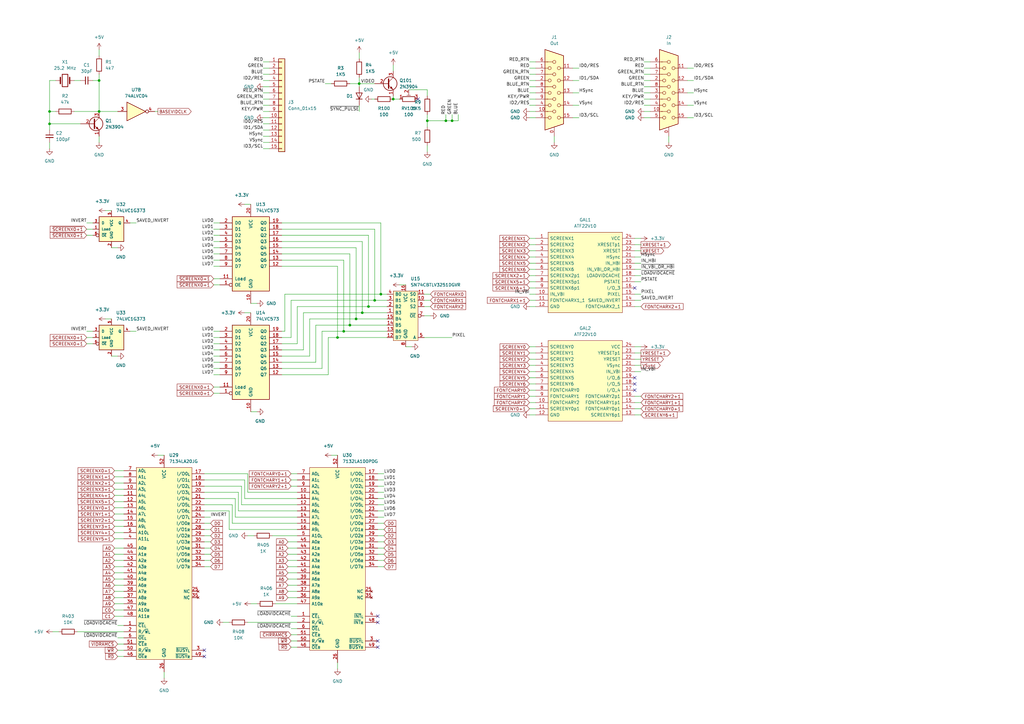
<source format=kicad_sch>
(kicad_sch (version 20211123) (generator eeschema)
  (paper "A3")
  (title_block (title "JupiterAce Z80 plus KIO and new memory format.") (rev "${REVNUM}") (company "Ontobus") (comment 1 "John Bradley") (comment 2 "https://creativecommons.org/licenses/by-nc-sa/4.0/") (comment 3 "Attribution-NonCommercial-ShareAlike 4.0 International License.") (comment 4 "This work is licensed under a Creative Commons "))
  (junction (at 175.26 49.53))
  (junction (at 151.13 125.73))
  (junction (at 20.32 50.8))
  (junction (at 148.59 128.27))
  (junction (at 156.21 120.65))
  (junction (at 20.32 45.72))
  (junction (at 138.43 138.43))
  (junction (at 143.51 133.35))
  (junction (at 153.67 123.19))
  (junction (at 40.64 45.72))
  (junction (at 161.29 40.64))
  (junction (at 146.05 130.81))
  (junction (at 140.97 135.89))
  (junction (at 147.32 34.29))
  (junction (at 40.64 33.02))
  (junction (at 182.88 49.53))
  (junction (at 185.42 49.53))
  (no_connect (at 171.45 40.64))
  (no_connect (at 260.35 118.11))
  (no_connect (at 154.94 265.43))
  (no_connect (at 154.94 262.89))
  (no_connect (at 83.82 269.24))
  (no_connect (at 154.94 255.27))
  (no_connect (at 260.35 160.02))
  (no_connect (at 260.35 154.94))
  (no_connect (at 260.35 157.48))
  (no_connect (at 83.82 266.7))
  (no_connect (at 154.94 252.73))
  (wire (pts (xy 119.38 194.31) (xy 121.92 194.31)))
  (wire (pts (xy 83.82 224.79) (xy 86.36 224.79)))
  (wire (pts (xy 111.76 219.71) (xy 121.92 219.71)))
  (wire (pts (xy 260.35 102.87) (xy 262.89 102.87)))
  (wire (pts (xy 217.17 43.18) (xy 219.71 43.18)))
  (wire (pts (xy 264.16 30.48) (xy 266.7 30.48)))
  (wire (pts (xy 115.57 99.06) (xy 148.59 99.06)))
  (wire (pts (xy 143.51 133.35) (xy 158.75 133.35)))
  (wire (pts (xy 134.62 153.67) (xy 134.62 138.43)))
  (wire (pts (xy 217.17 144.78) (xy 219.71 144.78)))
  (wire (pts (xy 115.57 106.68) (xy 140.97 106.68)))
  (wire (pts (xy 182.88 46.99) (xy 182.88 49.53)))
  (wire (pts (xy 50.8 195.58) (xy 46.99 195.58)))
  (wire (pts (xy 217.17 149.86) (xy 219.71 149.86)))
  (wire (pts (xy 100.33 128.27) (xy 102.87 128.27)))
  (wire (pts (xy 50.8 232.41) (xy 46.99 232.41)))
  (wire (pts (xy 67.31 275.59) (xy 67.31 278.13)))
  (wire (pts (xy 154.94 217.17) (xy 157.48 217.17)))
  (wire (pts (xy 107.95 30.48) (xy 110.49 30.48)))
  (wire (pts (xy 38.1 93.98) (xy 35.56 93.98)))
  (wire (pts (xy 83.82 229.87) (xy 86.36 229.87)))
  (wire (pts (xy 43.18 86.36) (xy 45.72 86.36)))
  (wire (pts (xy 115.57 146.05) (xy 127 146.05)))
  (wire (pts (xy 43.18 130.81) (xy 45.72 130.81)))
  (wire (pts (xy 121.92 212.09) (xy 96.52 212.09)))
  (wire (pts (xy 107.95 58.42) (xy 110.49 58.42)))
  (wire (pts (xy 20.32 33.02) (xy 22.86 33.02)))
  (wire (pts (xy 121.92 209.55) (xy 97.79 209.55)))
  (wire (pts (xy 143.51 34.29) (xy 147.32 34.29)))
  (wire (pts (xy 173.99 120.65) (xy 176.53 120.65)))
  (wire (pts (xy 40.64 55.88) (xy 40.64 58.42)))
  (wire (pts (xy 227.33 58.42) (xy 227.33 55.88)))
  (wire (pts (xy 46.99 252.73) (xy 50.8 252.73)))
  (wire (pts (xy 48.26 261.62) (xy 50.8 261.62)))
  (wire (pts (xy 147.32 34.29) (xy 153.67 34.29)))
  (wire (pts (xy 217.17 113.03) (xy 219.71 113.03)))
  (wire (pts (xy 116.84 120.65) (xy 156.21 120.65)))
  (wire (pts (xy 93.98 217.17) (xy 121.92 217.17)))
  (wire (pts (xy 48.26 101.6) (xy 45.72 101.6)))
  (wire (pts (xy 40.64 30.48) (xy 40.64 33.02)))
  (wire (pts (xy 156.21 91.44) (xy 156.21 120.65)))
  (wire (pts (xy 284.48 43.18) (xy 281.94 43.18)))
  (wire (pts (xy 50.8 220.98) (xy 46.99 220.98)))
  (wire (pts (xy 115.57 151.13) (xy 132.08 151.13)))
  (wire (pts (xy 99.06 207.01) (xy 121.92 207.01)))
  (wire (pts (xy 264.16 45.72) (xy 266.7 45.72)))
  (wire (pts (xy 20.32 33.02) (xy 20.32 45.72)))
  (wire (pts (xy 121.92 222.25) (xy 118.11 222.25)))
  (wire (pts (xy 93.98 209.55) (xy 83.82 209.55)))
  (wire (pts (xy 154.94 219.71) (xy 157.48 219.71)))
  (wire (pts (xy 50.8 224.79) (xy 46.99 224.79)))
  (wire (pts (xy 284.48 27.94) (xy 281.94 27.94)))
  (wire (pts (xy 121.92 201.93) (xy 101.6 201.93)))
  (wire (pts (xy 147.32 31.75) (xy 147.32 34.29)))
  (wire (pts (xy 83.82 227.33) (xy 86.36 227.33)))
  (wire (pts (xy 217.17 125.73) (xy 219.71 125.73)))
  (wire (pts (xy 50.8 198.12) (xy 46.99 198.12)))
  (wire (pts (xy 90.17 99.06) (xy 87.63 99.06)))
  (wire (pts (xy 217.17 97.79) (xy 219.71 97.79)))
  (wire (pts (xy 262.89 170.18) (xy 260.35 170.18)))
  (wire (pts (xy 107.95 53.34) (xy 110.49 53.34)))
  (wire (pts (xy 83.82 214.63) (xy 86.36 214.63)))
  (wire (pts (xy 48.26 146.05) (xy 45.72 146.05)))
  (wire (pts (xy 20.32 45.72) (xy 22.86 45.72)))
  (wire (pts (xy 115.57 138.43) (xy 119.38 138.43)))
  (wire (pts (xy 119.38 257.81) (xy 121.92 257.81)))
  (wire (pts (xy 115.57 140.97) (xy 121.92 140.97)))
  (wire (pts (xy 121.92 262.89) (xy 119.38 262.89)))
  (wire (pts (xy 90.17 106.68) (xy 87.63 106.68)))
  (wire (pts (xy 185.42 46.99) (xy 185.42 49.53)))
  (wire (pts (xy 115.57 143.51) (xy 124.46 143.51)))
  (wire (pts (xy 217.17 105.41) (xy 219.71 105.41)))
  (wire (pts (xy 105.41 247.65) (xy 102.87 247.65)))
  (wire (pts (xy 260.35 113.03) (xy 262.89 113.03)))
  (wire (pts (xy 119.38 252.73) (xy 121.92 252.73)))
  (wire (pts (xy 90.17 158.75) (xy 87.63 158.75)))
  (wire (pts (xy 148.59 128.27) (xy 158.75 128.27)))
  (wire (pts (xy 115.57 96.52) (xy 151.13 96.52)))
  (wire (pts (xy 264.16 43.18) (xy 266.7 43.18)))
  (wire (pts (xy 175.26 36.83) (xy 175.26 39.37)))
  (wire (pts (xy 262.89 162.56) (xy 260.35 162.56)))
  (wire (pts (xy 121.92 224.79) (xy 118.11 224.79)))
  (wire (pts (xy 90.17 143.51) (xy 87.63 143.51)))
  (wire (pts (xy 50.8 215.9) (xy 46.99 215.9)))
  (wire (pts (xy 38.1 140.97) (xy 35.56 140.97)))
  (wire (pts (xy 90.17 140.97) (xy 87.63 140.97)))
  (wire (pts (xy 217.17 48.26) (xy 219.71 48.26)))
  (wire (pts (xy 115.57 148.59) (xy 129.54 148.59)))
  (wire (pts (xy 50.8 208.28) (xy 46.99 208.28)))
  (wire (pts (xy 107.95 43.18) (xy 110.49 43.18)))
  (wire (pts (xy 113.03 247.65) (xy 121.92 247.65)))
  (wire (pts (xy 175.26 49.53) (xy 182.88 49.53)))
  (wire (pts (xy 129.54 133.35) (xy 143.51 133.35)))
  (wire (pts (xy 121.92 204.47) (xy 100.33 204.47)))
  (wire (pts (xy 175.26 49.53) (xy 175.26 46.99)))
  (wire (pts (xy 121.92 229.87) (xy 118.11 229.87)))
  (wire (pts (xy 217.17 167.64) (xy 219.71 167.64)))
  (wire (pts (xy 107.95 35.56) (xy 110.49 35.56)))
  (wire (pts (xy 90.17 101.6) (xy 87.63 101.6)))
  (wire (pts (xy 260.35 149.86) (xy 262.89 149.86)))
  (wire (pts (xy 147.32 43.18) (xy 147.32 45.72)))
  (wire (pts (xy 115.57 93.98) (xy 153.67 93.98)))
  (wire (pts (xy 101.6 201.93) (xy 101.6 194.31)))
  (wire (pts (xy 119.38 199.39) (xy 121.92 199.39)))
  (wire (pts (xy 132.08 135.89) (xy 140.97 135.89)))
  (wire (pts (xy 90.17 161.29) (xy 87.63 161.29)))
  (wire (pts (xy 119.38 196.85) (xy 121.92 196.85)))
  (wire (pts (xy 264.16 35.56) (xy 266.7 35.56)))
  (wire (pts (xy 140.97 135.89) (xy 158.75 135.89)))
  (wire (pts (xy 35.56 135.89) (xy 38.1 135.89)))
  (wire (pts (xy 50.8 210.82) (xy 46.99 210.82)))
  (wire (pts (xy 90.17 104.14) (xy 87.63 104.14)))
  (wire (pts (xy 185.42 49.53) (xy 187.96 49.53)))
  (wire (pts (xy 83.82 194.31) (xy 101.6 194.31)))
  (wire (pts (xy 115.57 91.44) (xy 156.21 91.44)))
  (wire (pts (xy 138.43 186.69) (xy 135.89 186.69)))
  (wire (pts (xy 262.89 115.57) (xy 260.35 115.57)))
  (wire (pts (xy 30.48 33.02) (xy 33.02 33.02)))
  (wire (pts (xy 217.17 160.02) (xy 219.71 160.02)))
  (wire (pts (xy 104.14 219.71) (xy 101.6 219.71)))
  (wire (pts (xy 153.67 40.64) (xy 152.4 40.64)))
  (wire (pts (xy 140.97 106.68) (xy 140.97 135.89)))
  (wire (pts (xy 83.82 204.47) (xy 96.52 204.47)))
  (wire (pts (xy 217.17 25.4) (xy 219.71 25.4)))
  (wire (pts (xy 105.41 124.46) (xy 102.87 124.46)))
  (wire (pts (xy 107.95 25.4) (xy 110.49 25.4)))
  (wire (pts (xy 161.29 39.37) (xy 161.29 40.64)))
  (wire (pts (xy 101.6 255.27) (xy 121.92 255.27)))
  (wire (pts (xy 154.94 227.33) (xy 157.48 227.33)))
  (wire (pts (xy 107.95 50.8) (xy 110.49 50.8)))
  (wire (pts (xy 83.82 219.71) (xy 86.36 219.71)))
  (wire (pts (xy 46.99 250.19) (xy 50.8 250.19)))
  (wire (pts (xy 90.17 153.67) (xy 87.63 153.67)))
  (wire (pts (xy 260.35 152.4) (xy 262.89 152.4)))
  (wire (pts (xy 284.48 33.02) (xy 281.94 33.02)))
  (wire (pts (xy 50.8 218.44) (xy 46.99 218.44)))
  (wire (pts (xy 119.38 138.43) (xy 119.38 123.19)))
  (wire (pts (xy 138.43 109.22) (xy 138.43 138.43)))
  (wire (pts (xy 107.95 40.64) (xy 110.49 40.64)))
  (wire (pts (xy 264.16 40.64) (xy 266.7 40.64)))
  (wire (pts (xy 138.43 138.43) (xy 158.75 138.43)))
  (wire (pts (xy 115.57 153.67) (xy 134.62 153.67)))
  (wire (pts (xy 262.89 165.1) (xy 260.35 165.1)))
  (wire (pts (xy 119.38 260.35) (xy 121.92 260.35)))
  (wire (pts (xy 217.17 165.1) (xy 219.71 165.1)))
  (wire (pts (xy 168.91 142.24) (xy 166.37 142.24)))
  (wire (pts (xy 237.49 27.94) (xy 234.95 27.94)))
  (wire (pts (xy 90.17 109.22) (xy 87.63 109.22)))
  (wire (pts (xy 50.8 193.04) (xy 46.99 193.04)))
  (wire (pts (xy 119.38 123.19) (xy 153.67 123.19)))
  (wire (pts (xy 217.17 162.56) (xy 219.71 162.56)))
  (wire (pts (xy 161.29 29.21) (xy 161.29 26.67)))
  (wire (pts (xy 46.99 245.11) (xy 50.8 245.11)))
  (wire (pts (xy 100.33 83.82) (xy 102.87 83.82)))
  (wire (pts (xy 132.08 135.89) (xy 132.08 151.13)))
  (wire (pts (xy 118.11 242.57) (xy 121.92 242.57)))
  (wire (pts (xy 83.82 212.09) (xy 86.36 212.09)))
  (wire (pts (xy 175.26 49.53) (xy 175.26 52.07)))
  (wire (pts (xy 217.17 27.94) (xy 219.71 27.94)))
  (wire (pts (xy 35.56 91.44) (xy 38.1 91.44)))
  (wire (pts (xy 121.92 214.63) (xy 95.25 214.63)))
  (wire (pts (xy 264.16 33.02) (xy 266.7 33.02)))
  (wire (pts (xy 262.89 142.24) (xy 260.35 142.24)))
  (wire (pts (xy 154.94 204.47) (xy 157.48 204.47)))
  (wire (pts (xy 154.94 194.31) (xy 157.48 194.31)))
  (wire (pts (xy 151.13 96.52) (xy 151.13 125.73)))
  (wire (pts (xy 217.17 33.02) (xy 219.71 33.02)))
  (wire (pts (xy 182.88 49.53) (xy 185.42 49.53)))
  (wire (pts (xy 97.79 209.55) (xy 97.79 201.93)))
  (wire (pts (xy 176.53 123.19) (xy 173.99 123.19)))
  (wire (pts (xy 217.17 110.49) (xy 219.71 110.49)))
  (wire (pts (xy 50.8 234.95) (xy 46.99 234.95)))
  (wire (pts (xy 154.94 222.25) (xy 157.48 222.25)))
  (wire (pts (xy 53.34 135.89) (xy 55.88 135.89)))
  (wire (pts (xy 138.43 271.78) (xy 138.43 274.32)))
  (wire (pts (xy 90.17 91.44) (xy 87.63 91.44)))
  (wire (pts (xy 107.95 27.94) (xy 110.49 27.94)))
  (wire (pts (xy 264.16 25.4) (xy 266.7 25.4)))
  (wire (pts (xy 50.8 205.74) (xy 46.99 205.74)))
  (wire (pts (xy 38.1 138.43) (xy 35.56 138.43)))
  (wire (pts (xy 83.82 232.41) (xy 86.36 232.41)))
  (wire (pts (xy 67.31 186.69) (xy 64.77 186.69)))
  (wire (pts (xy 38.1 33.02) (xy 40.64 33.02)))
  (wire (pts (xy 237.49 43.18) (xy 234.95 43.18)))
  (wire (pts (xy 83.82 217.17) (xy 86.36 217.17)))
  (wire (pts (xy 217.17 152.4) (xy 219.71 152.4)))
  (wire (pts (xy 134.62 138.43) (xy 138.43 138.43)))
  (wire (pts (xy 90.17 114.3) (xy 87.63 114.3)))
  (wire (pts (xy 147.32 35.56) (xy 147.32 34.29)))
  (wire (pts (xy 46.99 240.03) (xy 50.8 240.03)))
  (wire (pts (xy 107.95 55.88) (xy 110.49 55.88)))
  (wire (pts (xy 262.89 120.65) (xy 260.35 120.65)))
  (wire (pts (xy 50.8 269.24) (xy 48.26 269.24)))
  (wire (pts (xy 124.46 128.27) (xy 148.59 128.27)))
  (wire (pts (xy 31.75 259.08) (xy 50.8 259.08)))
  (wire (pts (xy 219.71 120.65) (xy 217.17 120.65)))
  (wire (pts (xy 121.92 125.73) (xy 151.13 125.73)))
  (wire (pts (xy 154.94 207.01) (xy 157.48 207.01)))
  (wire (pts (xy 50.8 227.33) (xy 46.99 227.33)))
  (wire (pts (xy 148.59 99.06) (xy 148.59 128.27)))
  (wire (pts (xy 262.89 97.79) (xy 260.35 97.79)))
  (wire (pts (xy 217.17 170.18) (xy 219.71 170.18)))
  (wire (pts (xy 40.64 22.86) (xy 40.64 20.32)))
  (wire (pts (xy 147.32 21.59) (xy 147.32 24.13)))
  (wire (pts (xy 133.35 34.29) (xy 135.89 34.29)))
  (wire (pts (xy 260.35 110.49) (xy 262.89 110.49)))
  (wire (pts (xy 46.99 247.65) (xy 50.8 247.65)))
  (wire (pts (xy 20.32 50.8) (xy 20.32 53.34)))
  (wire (pts (xy 93.98 255.27) (xy 91.44 255.27)))
  (wire (pts (xy 146.05 101.6) (xy 146.05 130.81)))
  (wire (pts (xy 153.67 123.19) (xy 158.75 123.19)))
  (wire (pts (xy 217.17 115.57) (xy 219.71 115.57)))
  (wire (pts (xy 115.57 101.6) (xy 146.05 101.6)))
  (wire (pts (xy 151.13 125.73) (xy 158.75 125.73)))
  (wire (pts (xy 260.35 125.73) (xy 262.89 125.73)))
  (wire (pts (xy 121.92 234.95) (xy 118.11 234.95)))
  (wire (pts (xy 83.82 207.01) (xy 95.25 207.01)))
  (wire (pts (xy 83.82 222.25) (xy 86.36 222.25)))
  (wire (pts (xy 217.17 40.64) (xy 219.71 40.64)))
  (wire (pts (xy 90.17 116.84) (xy 87.63 116.84)))
  (wire (pts (xy 90.17 135.89) (xy 87.63 135.89)))
  (wire (pts (xy 175.26 62.23) (xy 175.26 59.69)))
  (wire (pts (xy 20.32 50.8) (xy 33.02 50.8)))
  (wire (pts (xy 118.11 240.03) (xy 121.92 240.03)))
  (wire (pts (xy 50.8 266.7) (xy 48.26 266.7)))
  (wire (pts (xy 173.99 138.43) (xy 185.42 138.43)))
  (wire (pts (xy 156.21 120.65) (xy 158.75 120.65)))
  (wire (pts (xy 38.1 96.52) (xy 35.56 96.52)))
  (wire (pts (xy 40.64 33.02) (xy 40.64 45.72)))
  (wire (pts (xy 115.57 109.22) (xy 138.43 109.22)))
  (wire (pts (xy 50.8 237.49) (xy 46.99 237.49)))
  (wire (pts (xy 260.35 144.78) (xy 262.89 144.78)))
  (wire (pts (xy 48.26 264.16) (xy 50.8 264.16)))
  (wire (pts (xy 46.99 242.57) (xy 50.8 242.57)))
  (wire (pts (xy 264.16 27.94) (xy 266.7 27.94)))
  (wire (pts (xy 121.92 227.33) (xy 118.11 227.33)))
  (wire (pts (xy 105.41 168.91) (xy 102.87 168.91)))
  (wire (pts (xy 260.35 100.33) (xy 262.89 100.33)))
  (wire (pts (xy 96.52 212.09) (xy 96.52 204.47)))
  (wire (pts (xy 217.17 102.87) (xy 219.71 102.87)))
  (wire (pts (xy 115.57 135.89) (xy 116.84 135.89)))
  (wire (pts (xy 154.94 212.09) (xy 157.48 212.09)))
  (wire (pts (xy 83.82 199.39) (xy 99.06 199.39)))
  (wire (pts (xy 154.94 201.93) (xy 157.48 201.93)))
  (wire (pts (xy 63.5 45.72) (xy 64.77 45.72)))
  (wire (pts (xy 284.48 38.1) (xy 281.94 38.1)))
  (wire (pts (xy 107.95 45.72) (xy 110.49 45.72)))
  (wire (pts (xy 83.82 201.93) (xy 97.79 201.93)))
  (wire (pts (xy 237.49 48.26) (xy 234.95 48.26)))
  (wire (pts (xy 260.35 105.41) (xy 262.89 105.41)))
  (wire (pts (xy 154.94 209.55) (xy 157.48 209.55)))
  (wire (pts (xy 90.17 96.52) (xy 87.63 96.52)))
  (wire (pts (xy 143.51 133.35) (xy 143.51 104.14)))
  (wire (pts (xy 107.95 38.1) (xy 110.49 38.1)))
  (wire (pts (xy 90.17 148.59) (xy 87.63 148.59)))
  (wire (pts (xy 260.35 147.32) (xy 262.89 147.32)))
  (wire (pts (xy 93.98 217.17) (xy 93.98 209.55)))
  (wire (pts (xy 262.89 167.64) (xy 260.35 167.64)))
  (wire (pts (xy 20.32 60.96) (xy 20.32 58.42)))
  (wire (pts (xy 127 130.81) (xy 127 146.05)))
  (wire (pts (xy 284.48 48.26) (xy 281.94 48.26)))
  (wire (pts (xy 154.94 199.39) (xy 157.48 199.39)))
  (wire (pts (xy 127 130.81) (xy 146.05 130.81)))
  (wire (pts (xy 107.95 33.02) (xy 110.49 33.02)))
  (wire (pts (xy 90.17 151.13) (xy 87.63 151.13)))
  (wire (pts (xy 154.94 214.63) (xy 157.48 214.63)))
  (wire (pts (xy 90.17 146.05) (xy 87.63 146.05)))
  (wire (pts (xy 121.92 125.73) (xy 121.92 140.97)))
  (wire (pts (xy 176.53 129.54) (xy 173.99 129.54)))
  (wire (pts (xy 53.34 91.44) (xy 55.88 91.44)))
  (wire (pts (xy 237.49 38.1) (xy 234.95 38.1)))
  (wire (pts (xy 121.92 265.43) (xy 119.38 265.43)))
  (wire (pts (xy 154.94 229.87) (xy 157.48 229.87)))
  (wire (pts (xy 124.46 143.51) (xy 124.46 128.27)))
  (wire (pts (xy 153.67 93.98) (xy 153.67 123.19)))
  (wire (pts (xy 217.17 142.24) (xy 219.71 142.24)))
  (wire (pts (xy 217.17 157.48) (xy 219.71 157.48)))
  (wire (pts (xy 107.95 48.26) (xy 110.49 48.26)))
  (wire (pts (xy 107.95 60.96) (xy 110.49 60.96)))
  (wire (pts (xy 121.92 232.41) (xy 118.11 232.41)))
  (wire (pts (xy 217.17 30.48) (xy 219.71 30.48)))
  (wire (pts (xy 154.94 232.41) (xy 157.48 232.41)))
  (wire (pts (xy 217.17 38.1) (xy 219.71 38.1)))
  (wire (pts (xy 129.54 133.35) (xy 129.54 148.59)))
  (wire (pts (xy 118.11 245.11) (xy 121.92 245.11)))
  (wire (pts (xy 116.84 135.89) (xy 116.84 120.65)))
  (wire (pts (xy 187.96 46.99) (xy 187.96 49.53)))
  (wire (pts (xy 118.11 237.49) (xy 121.92 237.49)))
  (wire (pts (xy 167.64 36.83) (xy 175.26 36.83)))
  (wire (pts (xy 217.17 123.19) (xy 219.71 123.19)))
  (wire (pts (xy 217.17 147.32) (xy 219.71 147.32)))
  (wire (pts (xy 50.8 229.87) (xy 46.99 229.87)))
  (wire (pts (xy 50.8 203.2) (xy 46.99 203.2)))
  (wire (pts (xy 173.99 125.73) (xy 176.53 125.73)))
  (wire (pts (xy 20.32 45.72) (xy 20.32 50.8)))
  (wire (pts (xy 217.17 107.95) (xy 219.71 107.95)))
  (wire (pts (xy 217.17 100.33) (xy 219.71 100.33)))
  (wire (pts (xy 262.89 123.19) (xy 260.35 123.19)))
  (wire (pts (xy 48.26 256.54) (xy 50.8 256.54)))
  (wire (pts (xy 95.25 214.63) (xy 95.25 207.01)))
  (wire (pts (xy 264.16 48.26) (xy 266.7 48.26)))
  (wire (pts (xy 161.29 40.64) (xy 163.83 40.64)))
  (wire (pts (xy 24.13 259.08) (xy 21.59 259.08)))
  (wire (pts (xy 274.32 58.42) (xy 274.32 55.88)))
  (wire (pts (xy 217.17 118.11) (xy 219.71 118.11)))
  (wire (pts (xy 146.05 130.81) (xy 158.75 130.81)))
  (wire (pts (xy 50.8 200.66) (xy 46.99 200.66)))
  (wire (pts (xy 40.64 45.72) (xy 48.26 45.72)))
  (wire (pts (xy 264.16 38.1) (xy 266.7 38.1)))
  (wire (pts (xy 99.06 199.39) (xy 99.06 207.01)))
  (wire (pts (xy 237.49 33.02) (xy 234.95 33.02)))
  (wire (pts (xy 83.82 196.85) (xy 100.33 196.85)))
  (wire (pts (xy 217.17 45.72) (xy 219.71 45.72)))
  (wire (pts (xy 217.17 154.94) (xy 219.71 154.94)))
  (wire (pts (xy 163.83 116.84) (xy 166.37 116.84)))
  (wire (pts (xy 90.17 93.98) (xy 87.63 93.98)))
  (wire (pts (xy 154.94 196.85) (xy 157.48 196.85)))
  (wire (pts (xy 115.57 104.14) (xy 143.51 104.14)))
  (wire (pts (xy 217.17 35.56) (xy 219.71 35.56)))
  (wire (pts (xy 30.48 45.72) (xy 40.64 45.72)))
  (wire (pts (xy 50.8 213.36) (xy 46.99 213.36)))
  (wire (pts (xy 100.33 196.85) (xy 100.33 204.47)))
  (wire (pts (xy 260.35 107.95) (xy 262.89 107.95)))
  (wire (pts (xy 154.94 224.79) (xy 157.48 224.79)))
  (wire (pts (xy 90.17 138.43) (xy 87.63 138.43)))
  (label "PIXEL" (at 185.42 138.43 0))
  (label "ID3{slash}SCL" (at 107.95 60.96 180))
  (label "GREEN" (at 185.42 46.99 90))
  (label "GREEN_RTN" (at 217.17 30.48 180))
  (label "HSync" (at 107.95 55.88 180))
  (label "RED_RTN" (at 264.16 25.4 180))
  (label "ID1{slash}SDA" (at 284.48 33.02 0))
  (label "LVD6" (at 157.48 209.55 0))
  (label "BLUE" (at 217.17 38.1 180))
  (label "ID3{slash}SCL" (at 237.49 48.26 0))
  (label "LVD7" (at 87.63 109.22 180))
  (label "ID0{slash}RES" (at 107.95 50.8 180))
  (label "KEY{slash}PWR" (at 107.95 45.72 180))
  (label "LVD6" (at 87.63 151.13 180))
  (label "SAVED_INVERT" (at 55.88 135.89 0))
  (label "KEY{slash}PWR" (at 264.16 40.64 180))
  (label "LVD0" (at 157.48 194.31 0))
  (label "VSync" (at 237.49 43.18 0))
  (label "LVD4" (at 87.63 146.05 180))
  (label "ID2{slash}RES" (at 107.95 33.02 180))
  (label "LVD6" (at 87.63 106.68 180))
  (label "~{IN_VBI_OR_HBI}" (at 262.89 110.49 0))
  (label "SAVED_INVERT" (at 55.88 91.44 0))
  (label "INVERT" (at 35.56 91.44 180))
  (label "ID0{slash}RES" (at 284.48 27.94 0))
  (label "PSTATE" (at 262.89 115.57 0))
  (label "PSTATE" (at 133.35 34.29 180))
  (label "VIDEO" (at 153.67 34.29 0))
  (label "VSync" (at 284.48 43.18 0))
  (label "LVD1" (at 87.63 93.98 180))
  (label "LVD0" (at 87.63 91.44 180))
  (label "IN_VBI" (at 217.17 120.65 180))
  (label "GREEN_RTN" (at 264.16 30.48 180))
  (label "~{SYNC_PULSE}" (at 147.32 45.72 180))
  (label "LVD1" (at 87.63 138.43 180))
  (label "LVD7" (at 87.63 153.67 180))
  (label "HSync" (at 284.48 38.1 0))
  (label "RED_RTN" (at 217.17 25.4 180))
  (label "RED_RTN" (at 107.95 38.1 180))
  (label "ID2{slash}RES" (at 264.16 43.18 180))
  (label "BLUE_RTN" (at 217.17 35.56 180))
  (label "IN_HBI" (at 262.89 107.95 0))
  (label "LVD7" (at 157.48 212.09 0))
  (label "LVD3" (at 87.63 143.51 180))
  (label "LVD0" (at 87.63 135.89 180))
  (label "PIXEL" (at 262.89 120.65 0))
  (label "~{LOADVIDCACHE}" (at 262.89 113.03 0))
  (label "HSync" (at 237.49 38.1 0))
  (label "ID2{slash}RES" (at 217.17 43.18 180))
  (label "GREEN" (at 217.17 33.02 180))
  (label "LVD4" (at 87.63 101.6 180))
  (label "RED" (at 182.88 46.99 90))
  (label "RED" (at 107.95 25.4 180))
  (label "LVD4" (at 157.48 204.47 0))
  (label "LVD5" (at 157.48 207.01 0))
  (label "KEY{slash}PWR" (at 217.17 40.64 180))
  (label "GREEN_RTN" (at 107.95 40.64 180))
  (label "BLUE_RTN" (at 264.16 35.56 180))
  (label "LVD2" (at 157.48 199.39 0))
  (label "ID1{slash}SDA" (at 107.95 53.34 180))
  (label "LVD5" (at 87.63 104.14 180))
  (label "HSync" (at 262.89 105.41 0))
  (label "VSync" (at 107.95 58.42 180))
  (label "GREEN" (at 264.16 33.02 180))
  (label "LVD2" (at 87.63 140.97 180))
  (label "LVD5" (at 87.63 148.59 180))
  (label "ID3{slash}SCL" (at 284.48 48.26 0))
  (label "~{LOADVIDCACHE}" (at 48.26 261.62 180))
  (label "LVD3" (at 87.63 99.06 180))
  (label "GREEN" (at 107.95 27.94 180))
  (label "ID1{slash}SDA" (at 237.49 33.02 0))
  (label "~{LOADVIDCACHE}" (at 119.38 252.73 180))
  (label "LVD3" (at 157.48 201.93 0))
  (label "RED" (at 217.17 27.94 180))
  (label "SAVED_INVERT" (at 262.89 123.19 0))
  (label "LVD1" (at 157.48 196.85 0))
  (label "~{LOADVIDCACHE}" (at 119.38 257.81 180))
  (label "INVERT" (at 35.56 135.89 180))
  (label "IN_VBI" (at 262.89 152.4 0))
  (label "BLUE" (at 264.16 38.1 180))
  (label "BLUE" (at 187.96 46.99 90))
  (label "LVD2" (at 87.63 96.52 180))
  (label "BLUE_RTN" (at 107.95 43.18 180))
  (label "RED" (at 264.16 27.94 180))
  (label "BLUE" (at 107.95 30.48 180))
  (label "ID0{slash}RES" (at 237.49 27.94 0))
  (label "INVERT" (at 86.36 212.09 0))
  (label "~{LOADVIDCACHE}" (at 48.26 256.54 180))
  (global_label "A7" (shape input) (at 46.99 242.57 180) (property "Intersheet References" "${INTERSHEET_REFS}" (at 42.2788 242.4906 0) (effects (justify right))))
  (global_label "D4" (shape input) (at 86.36 224.79 0) (property "Intersheet References" "${INTERSHEET_REFS}" (at 91.2526 224.7106 0) (effects (justify left))))
  (global_label "SCREENY4" (shape input) (at 217.17 152.4 180) (property "Intersheet References" "${INTERSHEET_REFS}" (at 205.0807 152.3206 0) (effects (justify right))))
  (global_label "SCREENX2+1" (shape input) (at 46.99 198.12 180) (property "Intersheet References" "${INTERSHEET_REFS}" (at 31.9979 198.0406 0) (effects (justify right))))
  (global_label "FONTCHARX1+1" (shape input) (at 217.17 123.19 180) (property "Intersheet References" "${INTERSHEET_REFS}" (at 199.8798 123.1106 0) (effects (justify right))))
  (global_label "D5" (shape input) (at 86.36 227.33 0) (property "Intersheet References" "${INTERSHEET_REFS}" (at 91.2526 227.2506 0) (effects (justify left))))
  (global_label "FONTCHARY0+1" (shape input) (at 262.89 167.64 0) (property "Intersheet References" "${INTERSHEET_REFS}" (at 280.0593 167.5606 0) (effects (justify left))))
  (global_label "SCREENX5" (shape input) (at 217.17 107.95 180) (property "Intersheet References" "${INTERSHEET_REFS}" (at 204.9598 107.8706 0) (effects (justify right))))
  (global_label "D5" (shape input) (at 157.48 227.33 0) (property "Intersheet References" "${INTERSHEET_REFS}" (at 162.3726 227.2506 0) (effects (justify left))))
  (global_label "VSync" (shape output) (at 262.89 149.86 0) (property "Intersheet References" "${INTERSHEET_REFS}" (at 270.8064 149.7806 0) (effects (justify left))))
  (global_label "A4" (shape input) (at 118.11 232.41 180) (property "Intersheet References" "${INTERSHEET_REFS}" (at 113.3988 232.3306 0) (effects (justify right))))
  (global_label "A8" (shape input) (at 118.11 242.57 180) (property "Intersheet References" "${INTERSHEET_REFS}" (at 113.3988 242.4906 0) (effects (justify right))))
  (global_label "A5" (shape input) (at 118.11 234.95 180) (property "Intersheet References" "${INTERSHEET_REFS}" (at 113.3988 234.8706 0) (effects (justify right))))
  (global_label "SCREENX4+1" (shape input) (at 46.99 203.2 180) (property "Intersheet References" "${INTERSHEET_REFS}" (at 31.9979 203.1206 0) (effects (justify right))))
  (global_label "FONTCHARX0" (shape input) (at 176.53 120.65 0) (property "Intersheet References" "${INTERSHEET_REFS}" (at 191.0383 120.5706 0) (effects (justify left))))
  (global_label "FONTCHARY1+1" (shape input) (at 119.38 196.85 180) (property "Intersheet References" "${INTERSHEET_REFS}" (at 102.2107 196.7706 0) (effects (justify right))))
  (global_label "SCREENX1" (shape input) (at 217.17 97.79 180) (property "Intersheet References" "${INTERSHEET_REFS}" (at 204.9598 97.7106 0) (effects (justify right))))
  (global_label "~{SCREENX0+1}" (shape input) (at 35.56 96.52 180) (property "Intersheet References" "${INTERSHEET_REFS}" (at 20.5679 96.4406 0) (effects (justify right))))
  (global_label "D2" (shape input) (at 157.48 219.71 0) (property "Intersheet References" "${INTERSHEET_REFS}" (at 162.3726 219.6306 0) (effects (justify left))))
  (global_label "SCREENY4+1" (shape input) (at 46.99 218.44 180) (property "Intersheet References" "${INTERSHEET_REFS}" (at 32.1188 218.3606 0) (effects (justify right))))
  (global_label "SCREENY2" (shape input) (at 217.17 147.32 180) (property "Intersheet References" "${INTERSHEET_REFS}" (at 205.0807 147.2406 0) (effects (justify right))))
  (global_label "SCREENX2+1" (shape input) (at 217.17 113.03 180) (property "Intersheet References" "${INTERSHEET_REFS}" (at 202.1779 112.9506 0) (effects (justify right))))
  (global_label "A5" (shape input) (at 46.99 237.49 180) (property "Intersheet References" "${INTERSHEET_REFS}" (at 42.2788 237.4106 0) (effects (justify right))))
  (global_label "A9" (shape input) (at 46.99 247.65 180) (property "Intersheet References" "${INTERSHEET_REFS}" (at 42.2788 247.5706 0) (effects (justify right))))
  (global_label "SCREENY6" (shape input) (at 217.17 157.48 180) (property "Intersheet References" "${INTERSHEET_REFS}" (at 205.0807 157.4006 0) (effects (justify right))))
  (global_label "FONTCHARY0" (shape input) (at 217.17 160.02 180) (property "Intersheet References" "${INTERSHEET_REFS}" (at 202.7826 159.9406 0) (effects (justify right))))
  (global_label "SCREENY5+1" (shape input) (at 46.99 220.98 180) (property "Intersheet References" "${INTERSHEET_REFS}" (at 32.1188 220.9006 0) (effects (justify right))))
  (global_label "A7" (shape input) (at 118.11 240.03 180) (property "Intersheet References" "${INTERSHEET_REFS}" (at 113.3988 239.9506 0) (effects (justify right))))
  (global_label "FONTCHARY2" (shape input) (at 217.17 165.1 180) (property "Intersheet References" "${INTERSHEET_REFS}" (at 202.7826 165.0206 0) (effects (justify right))))
  (global_label "A2" (shape input) (at 46.99 229.87 180) (property "Intersheet References" "${INTERSHEET_REFS}" (at 42.2788 229.7906 0) (effects (justify right))))
  (global_label "~{RD}" (shape input) (at 119.38 265.43 180) (property "Intersheet References" "${INTERSHEET_REFS}" (at 114.4269 265.3506 0) (effects (justify right))))
  (global_label "A9" (shape input) (at 118.11 245.11 180) (property "Intersheet References" "${INTERSHEET_REFS}" (at 113.3988 245.0306 0) (effects (justify right))))
  (global_label "~{SCREENX0+1}" (shape input) (at 35.56 93.98 180) (property "Intersheet References" "${INTERSHEET_REFS}" (at 20.5679 93.9006 0) (effects (justify right))))
  (global_label "SCREENY1+1" (shape input) (at 46.99 210.82 180) (property "Intersheet References" "${INTERSHEET_REFS}" (at 32.1188 210.7406 0) (effects (justify right))))
  (global_label "D7" (shape input) (at 86.36 232.41 0) (property "Intersheet References" "${INTERSHEET_REFS}" (at 91.2526 232.3306 0) (effects (justify left))))
  (global_label "SCREENX3" (shape input) (at 217.17 102.87 180) (property "Intersheet References" "${INTERSHEET_REFS}" (at 204.9598 102.7906 0) (effects (justify right))))
  (global_label "A8" (shape input) (at 46.99 245.11 180) (property "Intersheet References" "${INTERSHEET_REFS}" (at 42.2788 245.0306 0) (effects (justify right))))
  (global_label "A4" (shape input) (at 46.99 234.95 180) (property "Intersheet References" "${INTERSHEET_REFS}" (at 42.2788 234.8706 0) (effects (justify right))))
  (global_label "FONTCHARY2+1" (shape input) (at 262.89 162.56 0) (property "Intersheet References" "${INTERSHEET_REFS}" (at 280.0593 162.4806 0) (effects (justify left))))
  (global_label "D3" (shape input) (at 86.36 222.25 0) (property "Intersheet References" "${INTERSHEET_REFS}" (at 91.2526 222.1706 0) (effects (justify left))))
  (global_label "FONTCHARX2" (shape input) (at 176.53 125.73 0) (property "Intersheet References" "${INTERSHEET_REFS}" (at 191.0383 125.6506 0) (effects (justify left))))
  (global_label "FONTCHARX1" (shape input) (at 176.53 123.19 0) (property "Intersheet References" "${INTERSHEET_REFS}" (at 191.0383 123.1106 0) (effects (justify left))))
  (global_label "SCREENY0+1" (shape input) (at 46.99 208.28 180) (property "Intersheet References" "${INTERSHEET_REFS}" (at 32.1188 208.2006 0) (effects (justify right))))
  (global_label "A1" (shape input) (at 46.99 227.33 180) (property "Intersheet References" "${INTERSHEET_REFS}" (at 42.2788 227.2506 0) (effects (justify right))))
  (global_label "D7" (shape input) (at 157.48 232.41 0) (property "Intersheet References" "${INTERSHEET_REFS}" (at 162.3726 232.3306 0) (effects (justify left))))
  (global_label "FONTCHARY1+1" (shape input) (at 262.89 165.1 0) (property "Intersheet References" "${INTERSHEET_REFS}" (at 280.0593 165.0206 0) (effects (justify left))))
  (global_label "SCREENX3+1" (shape input) (at 46.99 200.66 180) (property "Intersheet References" "${INTERSHEET_REFS}" (at 31.9979 200.5806 0) (effects (justify right))))
  (global_label "YRESET" (shape output) (at 262.89 147.32 0) (property "Intersheet References" "${INTERSHEET_REFS}" (at 272.1369 147.2406 0) (effects (justify left))))
  (global_label "~{CHRRAMCS}" (shape input) (at 119.38 260.35 180) (property "Intersheet References" "${INTERSHEET_REFS}" (at 106.8069 260.2706 0) (effects (justify right))))
  (global_label "SCREENX6" (shape input) (at 217.17 110.49 180) (property "Intersheet References" "${INTERSHEET_REFS}" (at 204.9598 110.4106 0) (effects (justify right))))
  (global_label "~{WR}" (shape input) (at 48.26 266.7 180) (property "Intersheet References" "${INTERSHEET_REFS}" (at 43.1255 266.6206 0) (effects (justify right))))
  (global_label "A1" (shape input) (at 118.11 224.79 180) (property "Intersheet References" "${INTERSHEET_REFS}" (at 113.3988 224.7106 0) (effects (justify right))))
  (global_label "D0" (shape input) (at 157.48 214.63 0) (property "Intersheet References" "${INTERSHEET_REFS}" (at 162.3726 214.5506 0) (effects (justify left))))
  (global_label "A6" (shape input) (at 46.99 240.03 180) (property "Intersheet References" "${INTERSHEET_REFS}" (at 42.2788 239.9506 0) (effects (justify right))))
  (global_label "FONTCHARY2+1" (shape input) (at 119.38 199.39 180) (property "Intersheet References" "${INTERSHEET_REFS}" (at 102.2107 199.3106 0) (effects (justify right))))
  (global_label "SCREENY5" (shape input) (at 217.17 154.94 180) (property "Intersheet References" "${INTERSHEET_REFS}" (at 205.0807 154.8606 0) (effects (justify right))))
  (global_label "D6" (shape input) (at 86.36 229.87 0) (property "Intersheet References" "${INTERSHEET_REFS}" (at 91.2526 229.7906 0) (effects (justify left))))
  (global_label "~{RD}" (shape input) (at 48.26 269.24 180) (property "Intersheet References" "${INTERSHEET_REFS}" (at 43.3069 269.1606 0) (effects (justify right))))
  (global_label "SCREENY0+1" (shape input) (at 217.17 167.64 180) (property "Intersheet References" "${INTERSHEET_REFS}" (at 202.2988 167.5606 0) (effects (justify right))))
  (global_label "SCREENX2" (shape input) (at 217.17 100.33 180) (property "Intersheet References" "${INTERSHEET_REFS}" (at 204.9598 100.2506 0) (effects (justify right))))
  (global_label "FONTCHARY1" (shape input) (at 217.17 162.56 180) (property "Intersheet References" "${INTERSHEET_REFS}" (at 202.7826 162.4806 0) (effects (justify right))))
  (global_label "~{VIDRAMCS}" (shape input) (at 48.26 264.16 180) (property "Intersheet References" "${INTERSHEET_REFS}" (at 36.594 264.0806 0) (effects (justify right))))
  (global_label "C1" (shape input) (at 46.99 252.73 180) (property "Intersheet References" "${INTERSHEET_REFS}" (at 42.0974 252.6506 0) (effects (justify right))))
  (global_label "SCREENX4" (shape input) (at 217.17 105.41 180) (property "Intersheet References" "${INTERSHEET_REFS}" (at 204.9598 105.3306 0) (effects (justify right))))
  (global_label "D0" (shape input) (at 86.36 214.63 0) (property "Intersheet References" "${INTERSHEET_REFS}" (at 91.2526 214.5506 0) (effects (justify left))))
  (global_label "A3" (shape input) (at 118.11 229.87 180) (property "Intersheet References" "${INTERSHEET_REFS}" (at 113.3988 229.7906 0) (effects (justify right))))
  (global_label "D1" (shape input) (at 157.48 217.17 0) (property "Intersheet References" "${INTERSHEET_REFS}" (at 162.3726 217.0906 0) (effects (justify left))))
  (global_label "SCREENX0+1" (shape input) (at 87.63 161.29 180) (property "Intersheet References" "${INTERSHEET_REFS}" (at 72.6379 161.2106 0) (effects (justify right))))
  (global_label "SCREENY3+1" (shape input) (at 46.99 215.9 180) (property "Intersheet References" "${INTERSHEET_REFS}" (at 32.1188 215.8206 0) (effects (justify right))))
  (global_label "A6" (shape input) (at 118.11 237.49 180) (property "Intersheet References" "${INTERSHEET_REFS}" (at 113.3988 237.4106 0) (effects (justify right))))
  (global_label "XRESET" (shape output) (at 262.89 102.87 0) (property "Intersheet References" "${INTERSHEET_REFS}" (at 272.2579 102.7906 0) (effects (justify left))))
  (global_label "SCREENY3" (shape input) (at 217.17 149.86 180) (property "Intersheet References" "${INTERSHEET_REFS}" (at 205.0807 149.7806 0) (effects (justify right))))
  (global_label "BASEVIDCLK" (shape output) (at 64.77 45.72 0) (property "Intersheet References" "${INTERSHEET_REFS}" (at 78.4317 45.6406 0) (effects (justify left))))
  (global_label "~{SCREENX0+1}" (shape input) (at 87.63 116.84 180) (property "Intersheet References" "${INTERSHEET_REFS}" (at 72.6379 116.7606 0) (effects (justify right))))
  (global_label "D2" (shape input) (at 86.36 219.71 0) (property "Intersheet References" "${INTERSHEET_REFS}" (at 91.2526 219.6306 0) (effects (justify left))))
  (global_label "SCREENX1+1" (shape input) (at 46.99 195.58 180) (property "Intersheet References" "${INTERSHEET_REFS}" (at 31.9979 195.5006 0) (effects (justify right))))
  (global_label "XRESET+1" (shape output) (at 262.89 100.33 0) (property "Intersheet References" "${INTERSHEET_REFS}" (at 275.0398 100.2506 0) (effects (justify left))))
  (global_label "D1" (shape input) (at 86.36 217.17 0) (property "Intersheet References" "${INTERSHEET_REFS}" (at 91.2526 217.0906 0) (effects (justify left))))
  (global_label "SCREENX6+1" (shape input) (at 217.17 118.11 180) (property "Intersheet References" "${INTERSHEET_REFS}" (at 202.1779 118.0306 0) (effects (justify right))))
  (global_label "A3" (shape input) (at 46.99 232.41 180) (property "Intersheet References" "${INTERSHEET_REFS}" (at 42.2788 232.3306 0) (effects (justify right))))
  (global_label "A0" (shape input) (at 46.99 224.79 180) (property "Intersheet References" "${INTERSHEET_REFS}" (at 42.2788 224.7106 0) (effects (justify right))))
  (global_label "SCREENX0+1" (shape input) (at 46.99 193.04 180) (property "Intersheet References" "${INTERSHEET_REFS}" (at 31.9979 192.9606 0) (effects (justify right))))
  (global_label "A0" (shape input) (at 118.11 222.25 180) (property "Intersheet References" "${INTERSHEET_REFS}" (at 113.3988 222.1706 0) (effects (justify right))))
  (global_label "FONTCHARY0+1" (shape input) (at 119.38 194.31 180) (property "Intersheet References" "${INTERSHEET_REFS}" (at 102.2107 194.2306 0) (effects (justify right))))
  (global_label "D4" (shape input) (at 157.48 224.79 0) (property "Intersheet References" "${INTERSHEET_REFS}" (at 162.3726 224.7106 0) (effects (justify left))))
  (global_label "D6" (shape input) (at 157.48 229.87 0) (property "Intersheet References" "${INTERSHEET_REFS}" (at 162.3726 229.7906 0) (effects (justify left))))
  (global_label "~{SCREENX0+1}" (shape input) (at 87.63 114.3 180) (property "Intersheet References" "${INTERSHEET_REFS}" (at 72.6379 114.2206 0) (effects (justify right))))
  (global_label "D3" (shape input) (at 157.48 222.25 0) (property "Intersheet References" "${INTERSHEET_REFS}" (at 162.3726 222.1706 0) (effects (justify left))))
  (global_label "SCREENY2+1" (shape input) (at 46.99 213.36 180) (property "Intersheet References" "${INTERSHEET_REFS}" (at 32.1188 213.2806 0) (effects (justify right))))
  (global_label "SCREENX5+1" (shape input) (at 217.17 115.57 180) (property "Intersheet References" "${INTERSHEET_REFS}" (at 202.1779 115.4906 0) (effects (justify right))))
  (global_label "SCREENY0" (shape input) (at 217.17 142.24 180) (property "Intersheet References" "${INTERSHEET_REFS}" (at 205.0807 142.1606 0) (effects (justify right))))
  (global_label "SCREENX0+1" (shape input) (at 35.56 140.97 180) (property "Intersheet References" "${INTERSHEET_REFS}" (at 20.5679 140.8906 0) (effects (justify right))))
  (global_label "SCREENY1" (shape input) (at 217.17 144.78 180) (property "Intersheet References" "${INTERSHEET_REFS}" (at 205.0807 144.7006 0) (effects (justify right))))
  (global_label "SCREENX0+1" (shape input) (at 87.63 158.75 180) (property "Intersheet References" "${INTERSHEET_REFS}" (at 72.6379 158.6706 0) (effects (justify right))))
  (global_label "YRESET+1" (shape output) (at 262.89 144.78 0) (property "Intersheet References" "${INTERSHEET_REFS}" (at 274.9188 144.7006 0) (effects (justify left))))
  (global_label "SCREENX0+1" (shape input) (at 35.56 138.43 180) (property "Intersheet References" "${INTERSHEET_REFS}" (at 20.5679 138.3506 0) (effects (justify right))))
  (global_label "C0" (shape input) (at 46.99 250.19 180) (property "Intersheet References" "${INTERSHEET_REFS}" (at 42.0974 250.1106 0) (effects (justify right))))
  (global_label "A2" (shape input) (at 118.11 227.33 180) (property "Intersheet References" "${INTERSHEET_REFS}" (at 113.3988 227.2506 0) (effects (justify right))))
  (global_label "~{WR}" (shape input) (at 119.38 262.89 180) (property "Intersheet References" "${INTERSHEET_REFS}" (at 114.2455 262.8106 0) (effects (justify right))))
  (global_label "SCREENY6+1" (shape input) (at 262.89 170.18 0) (property "Intersheet References" "${INTERSHEET_REFS}" (at 277.7612 170.1006 0) (effects (justify left))))
  (global_label "SCREENX5+1" (shape input) (at 46.99 205.74 180) (property "Intersheet References" "${INTERSHEET_REFS}" (at 31.9979 205.6606 0) (effects (justify right))))
  (global_label "FONTCHARX2+1" (shape input) (at 262.89 125.73 0) (property "Intersheet References" "${INTERSHEET_REFS}" (at 280.1802 125.8094 0) (effects (justify left))))
  (symbol (lib_id "power:+3.3V") (at 163.83 116.84 90) (unit 1)
    (property "Reference" "#PWR0114" (effects hide))
    (property "Value" "+3.3V" (at 162.56 113.03 90))
  )
  (symbol (lib_id "ExtraSymbols:IDT71321-421-52PIN-PLCC") (at 121.92 194.31 0) (unit 1)
    (property "Reference" "U30" (at 140.4494 186.69 0) (effects (justify left)))
    (property "Value" "7132LA100PDG" (at 140.4494 189.23 0) (effects (justify left)))
    (property "Footprint" "ExtraFootprints:PLCC-52_THT-Socket" (effects hide))
    (property "Datasheet" "https://www.idt.com/document/dst/71321421-datasheet" (effects hide))
    (property "Description" "SRAM 2K x 8 Dual-Port RAM Memory & Logic/ Master" (effects hide))
    (property "Height" "3.8" (effects hide))
  )
  (symbol (lib_id "power:GND") (at 107.95 35.56 270) (unit 1)
    (property "Reference" "# PWR0135" (effects hide))
    (property "Value" "GND" (at 104.14 35.5599 90) (effects (justify right)))
  )
  (symbol (lib_id "power:+3.3V") (at 100.33 83.82 90) (unit 1)
    (property "Reference" "#PWR0112" (effects hide))
    (property "Value" "+3.3V" (at 99.06 80.01 90))
  )
  (symbol (lib_id "power:GND") (at 20.32 60.96 0) (unit 1)
    (property "Reference" "#~PWR0108" (effects hide))
    (property "Value" "GND" (at 20.32 66.04 0))
  )
  (symbol (lib_id "power:GND") (at 101.6 219.71 270) (unit 1)
    (property "Reference" "# PWR0105" (effects hide))
    (property "Value" "GND" (at 97.79 219.7099 90) (effects (justify right)))
  )
  (symbol (lib_name "ATF22V10_1") (lib_id "ExtraSymbols:ATF22V10") (at 224.79 139.7 0) (unit 1)
    (property "Reference" "GAL2" (at 240.03 134.62 0))
    (property "Value" "ATF22V10" (at 240.03 137.16 0))
    (property "Footprint" "Package_DIP:DIP-24_W7.62mm" (effects hide))
    (property "Datasheet" "https://ww1.microchip.com/downloads/en/DeviceDoc/doc0735.pdf" (effects hide))
    (property "Description" "EEPLD - Electronically Erasable Programmable Logic Devices 500 Gate, 5V, 24Pin" (effects hide))
    (property "Height" "2.65" (effects hide))
    (property "Mouser Part Number" "556-ATF22V10C-10SU" (effects hide))
    (property "Mouser Price/Stock" "https://www.mouser.co.uk/ProductDetail/Microchip-Technology/ATF22V10C-10SU?qs=5h0i3Kr%252BAn1OOXkPIe2X2A%3D%3D" (effects hide))
    (property "Manufacturer_Name" "Microchip" (effects hide))
    (property "Manufacturer_Part_Number" "ATF22V10C-10SU" (effects hide))
  )
  (symbol (lib_id "power:+5V") (at 147.32 21.59 0) (unit 1)
    (property "Reference" "#PWR0129" (effects hide))
    (property "Value" "+5V" (at 147.32 16.51 0))
  )
  (symbol (lib_id "Device:R") (at 139.7 34.29 270) (unit 1)
    (property "Reference" "R3" (at 139.7 27.94 90))
    (property "Value" "1K5" (at 139.7 30.48 90))
    (property "Footprint" "Resistor_THT:R_Axial_DIN0204_L3.6mm_D1.6mm_P1.90mm_Vertical" (effects hide))
    (property "Manufacturer_Name" "Vishay" (effects hide))
    (property "Manufacturer_Part_Number" "MBA02040C1501FC100" (effects hide))
  )
  (symbol (lib_id "power:GND") (at 152.4 40.64 270) (unit 1)
    (property "Reference" "#~SUPPLY0101" (effects hide))
    (property "Value" "GND" (at 151.13 36.83 90))
  )
  (symbol (lib_id "power:+3.3V") (at 43.18 130.81 90) (unit 1)
    (property "Reference" "#PWR08" (effects hide))
    (property "Value" "+3.3V" (at 41.91 127 90))
  )
  (symbol (lib_id "power:+5V") (at 64.77 186.69 90) (unit 1)
    (property "Reference" "#PWR0121" (effects hide))
    (property "Value" "+5V" (at 63.5 182.88 90))
  )
  (symbol (lib_id "Connector_Generic:Conn_01x15") (at 115.57 43.18 0) (unit 1)
    (property "Reference" "J3" (at 118.11 41.9099 0) (effects (justify left)))
    (property "Value" "Conn_01x15" (at 118.11 44.4499 0) (effects (justify left)))
    (property "Footprint" "Connector_PinHeader_2.54mm:PinHeader_1x15_P2.54mm_Vertical" (effects hide))
  )
  (symbol (lib_id "power:GND") (at 176.53 129.54 90) (unit 1)
    (property "Reference" "# PWR0143" (effects hide))
    (property "Value" "GND" (at 180.34 129.5399 90) (effects (justify right)))
  )
  (symbol (lib_id "Device:R") (at 175.26 55.88 0) (mirror x) (unit 1)
    (property "Reference" "R7" (at 172.72 54.6099 0) (effects (justify right)))
    (property "Value" "500" (at 172.72 57.1499 0) (effects (justify right)))
    (property "Footprint" "Resistor_THT:R_Axial_DIN0204_L3.6mm_D1.6mm_P1.90mm_Vertical" (effects hide))
    (property "Manufacturer_Name" "Vishay" (effects hide))
    (property "Manufacturer_Part_Number" "MBA02040C1501FC100" (effects hide))
  )
  (symbol (lib_id "Device:R") (at 40.64 26.67 0) (unit 1)
    (property "Reference" "R1" (at 43.18 25.3999 0) (effects (justify left)))
    (property "Value" "4k7" (at 43.18 27.9399 0) (effects (justify left)))
    (property "Footprint" "Resistor_THT:R_Axial_DIN0204_L3.6mm_D1.6mm_P1.90mm_Vertical" (effects hide))
    (property "Manufacturer_Name" "Vishay" (effects hide))
    (property "Manufacturer_Part_Number" "MBA02040C4708FRP00" (effects hide))
  )
  (symbol (lib_id "power:GND") (at 217.17 170.18 270) (unit 1)
    (property "Reference" "# PWR0109" (effects hide))
    (property "Value" "GND" (at 213.36 170.1799 90) (effects (justify right)))
  )
  (symbol (lib_id "Connector:DB15_Female_HighDensity_MountingHoles") (at 227.33 38.1 0) (unit 1)
    (property "Reference" "J1" (at 227.33 15.24 0))
    (property "Value" "Out" (at 227.33 17.78 0))
    (property "Footprint" "Connector_Dsub:DSUB-15-HD_Female_Horizontal_P2.29x1.98mm_EdgePinOffset8.35mm_Housed_MountingHolesOffset10.89mm" (effects hide))
    (property "Datasheet" " ~" (effects hide))
  )
  (symbol (lib_id "power:GND") (at 264.16 48.26 270) (unit 1)
    (property "Reference" "# PWR0133" (effects hide))
    (property "Value" "GND" (at 260.35 48.2599 90) (effects (justify right)))
  )
  (symbol (lib_id "ExtraSymbols:SN74CBTLV3251DGVR") (at 161.29 119.38 0) (unit 1)
    (property "Reference" "U15" (at 168.3894 114.3 0) (effects (justify left)))
    (property "Value" "SN74CBTLV3251DGVR" (at 168.3894 116.84 0) (effects (justify left)))
    (property "Footprint" "Package_SO:TSSOP-16_4.4x5mm_P0.65mm" (effects hide))
    (property "Datasheet" "https://datasheet.datasheetarchive.com/originals/distributors/Datasheets-302/23631.pdf" (effects hide))
    (property "Description" "3.3-V, 8:1, 1-channel analog multiplexer" (effects hide))
    (property "Height" "1.2" (effects hide))
    (property "Mouser Part Number" "595-SNCBTLV3251DGVR" (effects hide))
    (property "Manufacturer_Name" "Texas Instruments" (effects hide))
    (property "Manufacturer_Part_Number" "SN74CBTLV3251DGVR" (effects hide))
  )
  (symbol (lib_id "Device:R") (at 175.26 43.18 0) (mirror x) (unit 1)
    (property "Reference" "R9" (at 172.72 41.9099 0) (effects (justify right)))
    (property "Value" "1K5" (at 172.72 44.4499 0) (effects (justify right)))
    (property "Footprint" "Resistor_THT:R_Axial_DIN0204_L3.6mm_D1.6mm_P1.90mm_Vertical" (effects hide))
    (property "Manufacturer_Name" "Vishay" (effects hide))
    (property "Manufacturer_Part_Number" "MBA02040C1501FC100" (effects hide))
  )
  (symbol (lib_id "Device:R") (at 27.94 259.08 90) (unit 1)
    (property "Reference" "R403" (at 27.94 252.73 90))
    (property "Value" "10K" (at 27.94 255.27 90))
    (property "Footprint" "Resistor_THT:R_Axial_DIN0204_L3.6mm_D1.6mm_P1.90mm_Vertical" (effects hide))
    (property "Manufacturer_Name" "Vishay" (effects hide))
    (property "Manufacturer_Part_Number" "MBA02040C4708FRP00" (effects hide))
  )
  (symbol (lib_id "power:GND") (at 264.16 45.72 270) (unit 1)
    (property "Reference" "# PWR0134" (effects hide))
    (property "Value" "GND" (at 260.35 45.7199 90) (effects (justify right)))
  )
  (symbol (lib_id "Device:C_Small") (at 20.32 55.88 0) (unit 1)
    (property "Reference" "C2" (at 22.86 54.6162 0) (effects (justify left)))
    (property "Value" "100pF" (at 22.86 57.1562 0) (effects (justify left)))
    (property "Footprint" "Capacitor_THT:C_Disc_D5.0mm_W2.5mm_P2.50mm" (effects hide))
    (property "Manufacturer_Name" "TDK" (effects hide))
    (property "Manufacturer_Part_Number" "FA18C0G1H101JNU06 " (effects hide))
  )
  (symbol (lib_id "power:+5V") (at 40.64 20.32 0) (unit 1)
    (property "Reference" "#PWR0128" (effects hide))
    (property "Value" "+5V" (at 40.64 15.24 0))
  )
  (symbol (lib_id "power:GND") (at 105.41 124.46 90) (unit 1)
    (property "Reference" "# PWR0116" (effects hide))
    (property "Value" "GND" (at 109.22 124.4599 90) (effects (justify right)))
  )
  (symbol (lib_id "Diode:1N4148") (at 147.32 39.37 90) (unit 1)
    (property "Reference" "D1" (at 144.78 39.3699 90) (effects (justify left)))
    (property "Value" "1N4148" (effects hide))
    (property "Footprint" "Diode_THT:D_DO-35_SOD27_P2.54mm_Vertical_AnodeUp" (effects hide))
    (property "Datasheet" "https://assets.nexperia.com/documents/data-sheet/1N4148_1N4448.pdf" (effects hide))
    (property "Manufacturer_Name" "ON Semiconductor" (effects hide))
    (property "Manufacturer_Part_Number" "1N4148" (effects hide))
  )
  (symbol (lib_id "power:GND") (at 274.32 58.42 0) (unit 1)
    (property "Reference" "# PWR0132" (effects hide))
    (property "Value" "GND" (at 274.32 63.5 0))
  )
  (symbol (lib_id "power:+5V") (at 21.59 259.08 90) (unit 1)
    (property "Reference" "#PWR0126" (effects hide))
    (property "Value" "+5V" (at 17.78 259.0799 90) (effects (justify left)))
  )
  (symbol (lib_id "power:+5V") (at 102.87 247.65 90) (unit 1)
    (property "Reference" "#PWR0127" (effects hide))
    (property "Value" "+5V" (at 99.06 247.6499 90) (effects (justify left)))
  )
  (symbol (lib_id "ExtraSymbols:IDT71342-52PIN-PLCC") (at 50.8 194.31 0) (unit 1)
    (property "Reference" "U29" (at 69.3294 186.69 0) (effects (justify left)))
    (property "Value" "7134LA20JG " (at 69.3294 189.23 0) (effects (justify left)))
    (property "Footprint" "ExtraFootprints:PLCC-52_THT-Socket" (effects hide))
    (property "Datasheet" "https://www.idt.com/document/dst/71321421-datasheet" (effects hide))
    (property "Description" "SRAM 2K x 8 Dual-Port RAM Memory & Logic/ Master" (effects hide))
    (property "Height" "3.8" (effects hide))
  )
  (symbol (lib_id "74xx-FIX:74LS573") (at 102.87 104.14 0) (unit 1)
    (property "Reference" "U13" (at 104.8894 83.82 0) (effects (justify left)))
    (property "Value" "74LVC573" (at 104.8894 86.36 0) (effects (justify left)))
    (property "Footprint" "ExtraFootprints:SOIC-20N-127P780X200" (effects hide))
    (property "Datasheet" "74xx/74hc573.pdf" (effects hide))
  )
  (symbol (lib_id "power:GND") (at 48.26 101.6 90) (unit 1)
    (property "Reference" "# PWR01" (effects hide))
    (property "Value" "GND" (at 49.53 105.41 90))
  )
  (symbol (lib_id "power:+3.3V") (at 262.89 97.79 270) (unit 1)
    (property "Reference" "#PWR0122" (effects hide))
    (property "Value" "+3.3V" (at 266.7 97.7899 90) (effects (justify left)))
  )
  (symbol (lib_id "Transistor_BJT:2N3904") (at 158.75 34.29 0) (unit 1)
    (property "Reference" "Q101" (at 163.83 33.0199 0) (effects (justify left)))
    (property "Value" "2N3904" (at 163.83 35.5599 0) (effects (justify left)))
    (property "Footprint" "Package_TO_SOT_THT:TO-92_Inline" (effects hide))
    (property "Datasheet" "https://www.onsemi.com/pub/Collateral/2N3903-D.PDF" (effects hide))
    (property "Manufacturer_Part_Number" "2N3904" (effects hide))
  )
  (symbol (lib_id "power:GND") (at 175.26 62.23 0) (unit 1)
    (property "Reference" "# PWR03" (effects hide))
    (property "Value" "GND" (at 175.26 67.31 0))
  )
  (symbol (lib_id "power:+5V") (at 161.29 26.67 0) (unit 1)
    (property "Reference" "#PWR0130" (effects hide))
    (property "Value" "+5V" (at 161.29 21.59 0))
  )
  (symbol (lib_id "power:GND") (at 107.95 48.26 270) (unit 1)
    (property "Reference" "# PWR0136" (effects hide))
    (property "Value" "GND" (at 104.14 48.2599 90) (effects (justify right)))
  )
  (symbol (lib_id "Connector:DB15_Female_HighDensity_MountingHoles") (at 274.32 38.1 0) (unit 1)
    (property "Reference" "J2" (at 274.32 15.24 0))
    (property "Value" "In" (at 274.32 17.78 0))
    (property "Footprint" "Connector_Dsub:DSUB-15-HD_Female_Horizontal_P2.29x1.98mm_EdgePinOffset8.35mm_Housed_MountingHolesOffset10.89mm" (effects hide))
    (property "Datasheet" " ~" (effects hide))
  )
  (symbol (lib_id "Transistor_BJT:2N3904") (at 38.1 50.8 0) (unit 1)
    (property "Reference" "Q1" (at 43.18 49.5299 0) (effects (justify left)))
    (property "Value" "2N3904" (at 43.18 52.0699 0) (effects (justify left)))
    (property "Footprint" "Package_TO_SOT_THT:TO-92_Inline" (effects hide))
    (property "Datasheet" "https://www.onsemi.com/pub/Collateral/2N3903-D.PDF" (effects hide))
    (property "Manufacturer_Part_Number" "2N3904" (effects hide))
  )
  (symbol (lib_id "Device:R") (at 109.22 247.65 90) (unit 1)
    (property "Reference" "R406" (at 109.22 241.3 90))
    (property "Value" "1K" (at 109.22 243.84 90))
    (property "Footprint" "Resistor_THT:R_Axial_DIN0204_L3.6mm_D1.6mm_P1.90mm_Vertical" (effects hide))
    (property "Manufacturer_Name" "Vishay" (effects hide))
    (property "Manufacturer_Part_Number" "MBA02040C4708FRP00" (effects hide))
  )
  (symbol (lib_id "Device:C_Small") (at 35.56 33.02 270) (unit 1)
    (property "Reference" "C1" (at 35.5536 26.67 90))
    (property "Value" "30pF" (at 35.5536 29.21 90))
    (property "Footprint" "Capacitor_THT:C_Disc_D5.0mm_W2.5mm_P2.50mm" (effects hide))
    (property "Manufacturer_Name" "AVX " (effects hide))
    (property "Manufacturer_Part_Number" "SR151A300JAR " (effects hide))
  )
  (symbol (lib_id "power:+3.3V") (at 100.33 128.27 90) (unit 1)
    (property "Reference" "#PWR0115" (effects hide))
    (property "Value" "+3.3V" (at 96.52 128.2699 90) (effects (justify left)))
  )
  (symbol (lib_id "power:GND") (at 67.31 278.13 0) (unit 1)
    (property "Reference" "#~PWR0168" (effects hide))
    (property "Value" "GND" (at 67.31 283.21 0))
  )
  (symbol (lib_id "Device:R") (at 26.67 45.72 90) (unit 1)
    (property "Reference" "R2" (at 26.67 39.37 90))
    (property "Value" "47k" (at 26.67 41.91 90))
    (property "Footprint" "Resistor_THT:R_Axial_DIN0204_L3.6mm_D1.6mm_P1.90mm_Vertical" (effects hide))
    (property "Manufacturer_Name" "Vishay" (effects hide))
    (property "Manufacturer_Part_Number" "MBA02040C4702FC100" (effects hide))
  )
  (symbol (lib_id "74xx-FIX:74LVC1G373") (at 40.64 133.35 0) (unit 1)
    (property "Reference" "U33" (at 47.5997 128.27 0) (effects (justify left)))
    (property "Value" "74LVC1G373" (at 47.5997 130.81 0) (effects (justify left)))
    (property "Footprint" "Package_TO_SOT_SMD:SOT-23-6_Handsoldering" (effects hide))
    (property "Datasheet" "http://www.ti.com/lit/sg/scyt129e/scyt129e.pdf" (effects hide))
  )
  (symbol (lib_id "power:+3.3V") (at 43.18 86.36 90) (unit 1)
    (property "Reference" "#PWR07" (effects hide))
    (property "Value" "+3.3V" (at 41.91 82.55 90))
  )
  (symbol (lib_id "Device:R") (at 157.48 40.64 270) (unit 1)
    (property "Reference" "R100" (at 157.48 44.45 90))
    (property "Value" "100" (at 157.48 46.99 90))
    (property "Footprint" "Resistor_THT:R_Axial_DIN0204_L3.6mm_D1.6mm_P1.90mm_Vertical" (effects hide))
    (property "Manufacturer_Name" "Vishay" (effects hide))
    (property "Manufacturer_Part_Number" "MBA02040C1000FRP00 " (effects hide))
  )
  (symbol (lib_id "power:+5V") (at 135.89 186.69 90) (unit 1)
    (property "Reference" "#PWR0120" (effects hide))
    (property "Value" "+5V" (at 134.62 182.88 90))
  )
  (symbol (lib_id "power:GND") (at 48.26 146.05 90) (unit 1)
    (property "Reference" "# PWR02" (effects hide))
    (property "Value" "GND" (at 49.53 149.86 90))
  )
  (symbol (lib_id "power:GND") (at 40.64 58.42 0) (unit 1)
    (property "Reference" "#~PWR0105" (effects hide))
    (property "Value" "GND" (at 40.64 63.5 0))
  )
  (symbol (lib_id "Device:R") (at 97.79 255.27 90) (unit 1)
    (property "Reference" "R408" (at 97.79 259.08 90))
    (property "Value" "10K" (at 97.79 261.62 90))
    (property "Footprint" "Resistor_THT:R_Axial_DIN0204_L3.6mm_D1.6mm_P1.90mm_Vertical" (effects hide))
    (property "Manufacturer_Name" "Vishay" (effects hide))
    (property "Manufacturer_Part_Number" "MBA02040C4708FRP00" (effects hide))
  )
  (symbol (lib_id "power:GND") (at 217.17 48.26 270) (unit 1)
    (property "Reference" "# PWR0119" (effects hide))
    (property "Value" "GND" (at 213.36 48.2599 90) (effects (justify right)))
  )
  (symbol (lib_id "Device:Crystal") (at 26.67 33.02 0) (unit 1)
    (property "Reference" "X1" (at 26.67 25.4 0))
    (property "Value" "25.2 MHz" (at 26.67 27.94 0))
    (property "Footprint" "Crystal:Crystal_HC49-U_Vertical" (effects hide))
    (property "Manufacturer_Name" "ECS " (effects hide))
    (property "Manufacturer_Part_Number" "ECS-65-20-4X " (effects hide))
  )
  (symbol (lib_id "power:GND") (at 217.17 45.72 270) (unit 1)
    (property "Reference" "# PWR0118" (effects hide))
    (property "Value" "GND" (at 213.36 45.7199 90) (effects (justify right)))
  )
  (symbol (lib_id "power:+3.3V") (at 262.89 142.24 270) (unit 1)
    (property "Reference" "#PWR0123" (effects hide))
    (property "Value" "+3.3V" (at 266.7 142.2399 90) (effects (justify left)))
  )
  (symbol (lib_id "74xx-FIX:74LVC1G373") (at 40.64 88.9 0) (unit 1)
    (property "Reference" "U32" (at 47.5997 83.82 0) (effects (justify left)))
    (property "Value" "74LVC1G373" (at 47.5997 86.36 0) (effects (justify left)))
    (property "Footprint" "Package_TO_SOT_SMD:SOT-23-6_Handsoldering" (effects hide))
    (property "Datasheet" "http://www.ti.com/lit/sg/scyt129e/scyt129e.pdf" (effects hide))
  )
  (symbol (lib_id "Device:R") (at 107.95 219.71 90) (unit 1)
    (property "Reference" "R405" (at 107.95 223.52 90))
    (property "Value" "1K" (at 107.95 226.06 90))
    (property "Footprint" "Resistor_THT:R_Axial_DIN0204_L3.6mm_D1.6mm_P1.90mm_Vertical" (effects hide))
    (property "Manufacturer_Name" "Vishay" (effects hide))
    (property "Manufacturer_Part_Number" "MBA02040C4708FRP00" (effects hide))
  )
  (symbol (lib_id "Device:R") (at 147.32 27.94 0) (unit 1)
    (property "Reference" "R4" (at 149.86 26.6699 0) (effects (justify left)))
    (property "Value" "1K5" (at 149.86 29.2099 0) (effects (justify left)))
    (property "Footprint" "Resistor_THT:R_Axial_DIN0204_L3.6mm_D1.6mm_P1.90mm_Vertical" (effects hide))
    (property "Manufacturer_Name" "Vishay" (effects hide))
    (property "Manufacturer_Part_Number" "MBA02040C1501FC100" (effects hide))
  )
  (symbol (lib_id "power:GND") (at 138.43 274.32 0) (unit 1)
    (property "Reference" "# PWR0103" (effects hide))
    (property "Value" "GND" (at 138.43 279.4 0))
  )
  (symbol (lib_id "74xx-FIX:74LS573") (at 102.87 148.59 0) (unit 1)
    (property "Reference" "U14" (at 104.8894 128.27 0) (effects (justify left)))
    (property "Value" "74LVC573" (at 104.8894 130.81 0) (effects (justify left)))
    (property "Footprint" "ExtraFootprints:SOIC-20N-127P780X200" (effects hide))
    (property "Datasheet" "74xx/74hc573.pdf" (effects hide))
  )
  (symbol (lib_id "Device:R_Potentiometer_Trim") (at 167.64 40.64 90) (unit 1)
    (property "Reference" "RV101" (at 167.64 44.45 90))
    (property "Value" "100" (at 167.64 46.99 90))
    (property "Footprint" "Potentiometer_THT:Potentiometer_Bourns_3296W_Vertical" (effects hide))
    (property "Manufacturer_Name" "Bourns" (effects hide))
    (property "Manufacturer_Part_Number" "3362H-1-101LF" (effects hide))
  )
  (symbol (lib_id "power:GND") (at 227.33 58.42 0) (unit 1)
    (property "Reference" "# PWR0120" (effects hide))
    (property "Value" "GND" (at 227.33 63.5 0))
  )
  (symbol (lib_id "ExtraSymbols:ATF22V10") (at 224.79 95.25 0) (unit 1)
    (property "Reference" "GAL1" (at 240.03 90.17 0))
    (property "Value" "ATF22V10" (at 240.03 92.71 0))
    (property "Footprint" "Package_DIP:DIP-24_W7.62mm" (effects hide))
    (property "Datasheet" "https://ww1.microchip.com/downloads/en/DeviceDoc/doc0735.pdf" (effects hide))
    (property "Description" "EEPLD - Electronically Erasable Programmable Logic Devices 500 Gate, 5V, 24Pin" (effects hide))
    (property "Height" "2.65" (effects hide))
    (property "Mouser Part Number" "556-ATF22V10C-10SU" (effects hide))
    (property "Mouser Price/Stock" "https://www.mouser.co.uk/ProductDetail/Microchip-Technology/ATF22V10C-10SU?qs=5h0i3Kr%252BAn1OOXkPIe2X2A%3D%3D" (effects hide))
    (property "Manufacturer_Name" "Microchip" (effects hide))
    (property "Manufacturer_Part_Number" "ATF22V10C-10SU" (effects hide))
  )
  (symbol (lib_id "power:GND") (at 105.41 168.91 90) (unit 1)
    (property "Reference" "# PWR0102" (effects hide))
    (property "Value" "GND" (at 106.68 172.72 90))
  )
  (symbol (lib_id "power:GND") (at 217.17 125.73 270) (unit 1)
    (property "Reference" "# PWR0108" (effects hide))
    (property "Value" "GND" (at 213.36 125.7299 90) (effects (justify right)))
  )
  (symbol (lib_id "power:GND") (at 91.44 255.27 270) (unit 1)
    (property "Reference" "# PWR0104" (effects hide))
    (property "Value" "GND" (at 87.63 255.2699 90) (effects (justify right)))
  )
  (symbol (lib_id "74xx:74LS04") (at 55.88 45.72 0) (unit 2)
    (property "Reference" "U7" (at 55.88 36.83 0))
    (property "Value" "74ALVC04" (at 55.88 39.37 0))
    (property "Footprint" "Package_SO:SOIC-14_3.9x8.7mm_P1.27mm" (effects hide))
    (property "Datasheet" "http://www.ti.com/lit/gpn/sn74LS04" (effects hide))
    (property "Manufacturer_Part_Number" "SN74AHCT04" (effects hide))
  )
  (symbol (lib_id "power:GND") (at 168.91 142.24 90) (unit 1)
    (property "Reference" "# PWR0124" (effects hide))
    (property "Value" "GND" (at 170.18 146.05 90))
  )
)
</source>
